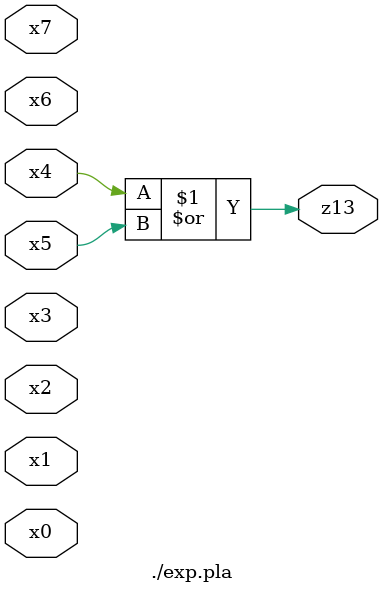
<source format=v>

module \./exp.pla  ( 
    x0, x1, x2, x3, x4, x5, x6, x7,
    z13  );
  input  x0, x1, x2, x3, x4, x5, x6, x7;
  output z13;
  assign z13 = x4 | x5;
endmodule



</source>
